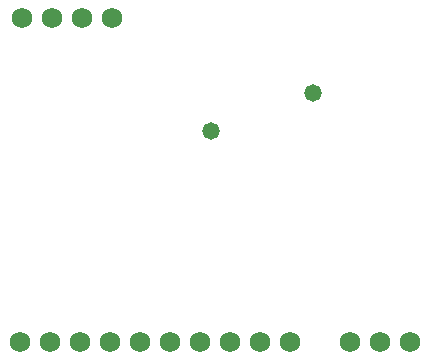
<source format=gbs>
G04*
G04 #@! TF.GenerationSoftware,Altium Limited,Altium Designer,21.6.4 (81)*
G04*
G04 Layer_Color=16711935*
%FSLAX24Y24*%
%MOIN*%
G70*
G04*
G04 #@! TF.SameCoordinates,C872EA01-BEF4-4682-9824-B52BD61A81C0*
G04*
G04*
G04 #@! TF.FilePolarity,Negative*
G04*
G01*
G75*
%ADD17C,0.0680*%
%ADD18C,0.0580*%
D17*
X14600Y1250D02*
D03*
X13600D02*
D03*
X12600D02*
D03*
X10600D02*
D03*
X9600D02*
D03*
X8600D02*
D03*
X7600D02*
D03*
X6600D02*
D03*
X5600D02*
D03*
X4600D02*
D03*
X3600D02*
D03*
X2600D02*
D03*
X1600D02*
D03*
X4650Y12050D02*
D03*
X3650D02*
D03*
X2650D02*
D03*
X1650D02*
D03*
D18*
X7950Y8300D02*
D03*
X11350Y9550D02*
D03*
M02*

</source>
